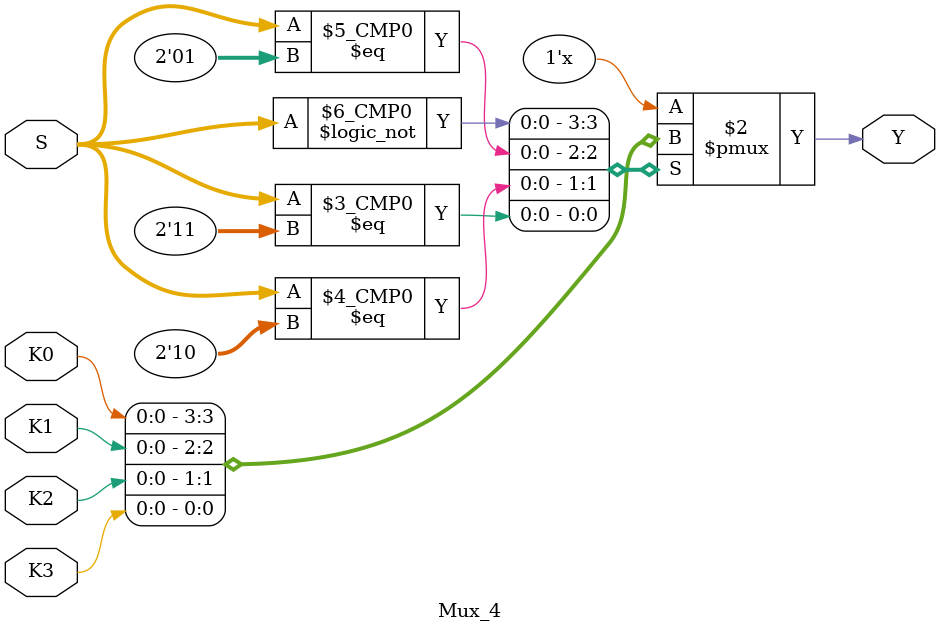
<source format=v>
`timescale 1ns / 1ps


module Mux_4( input [1:0]S,input K0,K1,K2,K3, output reg  Y);
always@(*)
begin
case(S)
2'D0: Y = K0;
2'D1: Y = K1;
2'D2: Y = K2;
2'D3: Y = K3;
default:
Y = 1'D0;
endcase
end
endmodule

</source>
